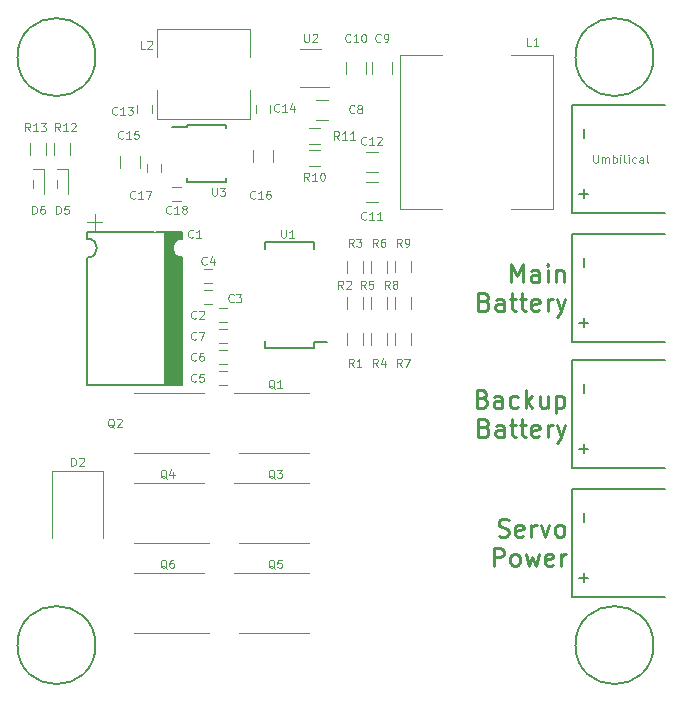
<source format=gbr>
G04 #@! TF.GenerationSoftware,KiCad,Pcbnew,(5.0.0-rc2-dev-185-g935a5ca)*
G04 #@! TF.CreationDate,2018-03-20T09:50:27-05:00*
G04 #@! TF.ProjectId,Power Board,506F77657220426F6172642E6B696361,rev?*
G04 #@! TF.SameCoordinates,Original*
G04 #@! TF.FileFunction,Legend,Top*
G04 #@! TF.FilePolarity,Positive*
%FSLAX46Y46*%
G04 Gerber Fmt 4.6, Leading zero omitted, Abs format (unit mm)*
G04 Created by KiCad (PCBNEW (5.0.0-rc2-dev-185-g935a5ca)) date Tuesday, March 20, 2018 at 09:50:27 AM*
%MOMM*%
%LPD*%
G01*
G04 APERTURE LIST*
%ADD10C,0.200000*%
%ADD11C,0.220000*%
%ADD12C,0.100000*%
%ADD13C,0.120000*%
%ADD14C,0.150000*%
%ADD15O,1.050800X1.050800*%
%ADD16R,1.050800X1.050800*%
%ADD17R,5.050800X2.550800*%
%ADD18R,0.950800X0.550800*%
%ADD19R,0.550800X0.950800*%
%ADD20R,0.850800X0.850800*%
%ADD21R,3.860800X3.960800*%
%ADD22R,1.070800X0.660800*%
%ADD23R,1.320800X0.660800*%
%ADD24R,0.850800X0.800800*%
%ADD25R,1.050800X1.300800*%
%ADD26R,1.300800X1.050800*%
%ADD27R,2.350800X2.550800*%
%ADD28R,5.050800X4.550800*%
%ADD29R,1.250800X0.450800*%
%ADD30R,1.110800X0.700800*%
%ADD31R,1.650800X1.650800*%
%ADD32C,1.650800*%
%ADD33R,0.800800X0.850800*%
%ADD34R,3.050800X2.050800*%
%ADD35R,1.450800X0.350800*%
%ADD36R,1.700800X2.900800*%
%ADD37C,3.250800*%
G04 APERTURE END LIST*
D10*
X250698000Y-137160000D02*
G75*
G03X250698000Y-137160000I-3302000J0D01*
G01*
X203454000Y-137160000D02*
G75*
G03X203454000Y-137160000I-3302000J0D01*
G01*
X203454000Y-87376000D02*
G75*
G03X203454000Y-87376000I-3302000J0D01*
G01*
X250698000Y-87376000D02*
G75*
G03X250698000Y-87376000I-3302000J0D01*
G01*
D11*
X237585857Y-127896142D02*
X237800142Y-127967571D01*
X238157285Y-127967571D01*
X238300142Y-127896142D01*
X238371571Y-127824714D01*
X238443000Y-127681857D01*
X238443000Y-127539000D01*
X238371571Y-127396142D01*
X238300142Y-127324714D01*
X238157285Y-127253285D01*
X237871571Y-127181857D01*
X237728714Y-127110428D01*
X237657285Y-127039000D01*
X237585857Y-126896142D01*
X237585857Y-126753285D01*
X237657285Y-126610428D01*
X237728714Y-126539000D01*
X237871571Y-126467571D01*
X238228714Y-126467571D01*
X238443000Y-126539000D01*
X239657285Y-127896142D02*
X239514428Y-127967571D01*
X239228714Y-127967571D01*
X239085857Y-127896142D01*
X239014428Y-127753285D01*
X239014428Y-127181857D01*
X239085857Y-127039000D01*
X239228714Y-126967571D01*
X239514428Y-126967571D01*
X239657285Y-127039000D01*
X239728714Y-127181857D01*
X239728714Y-127324714D01*
X239014428Y-127467571D01*
X240371571Y-127967571D02*
X240371571Y-126967571D01*
X240371571Y-127253285D02*
X240443000Y-127110428D01*
X240514428Y-127039000D01*
X240657285Y-126967571D01*
X240800142Y-126967571D01*
X241157285Y-126967571D02*
X241514428Y-127967571D01*
X241871571Y-126967571D01*
X242657285Y-127967571D02*
X242514428Y-127896142D01*
X242443000Y-127824714D01*
X242371571Y-127681857D01*
X242371571Y-127253285D01*
X242443000Y-127110428D01*
X242514428Y-127039000D01*
X242657285Y-126967571D01*
X242871571Y-126967571D01*
X243014428Y-127039000D01*
X243085857Y-127110428D01*
X243157285Y-127253285D01*
X243157285Y-127681857D01*
X243085857Y-127824714D01*
X243014428Y-127896142D01*
X242871571Y-127967571D01*
X242657285Y-127967571D01*
X237157285Y-130437571D02*
X237157285Y-128937571D01*
X237728714Y-128937571D01*
X237871571Y-129009000D01*
X237943000Y-129080428D01*
X238014428Y-129223285D01*
X238014428Y-129437571D01*
X237943000Y-129580428D01*
X237871571Y-129651857D01*
X237728714Y-129723285D01*
X237157285Y-129723285D01*
X238871571Y-130437571D02*
X238728714Y-130366142D01*
X238657285Y-130294714D01*
X238585857Y-130151857D01*
X238585857Y-129723285D01*
X238657285Y-129580428D01*
X238728714Y-129509000D01*
X238871571Y-129437571D01*
X239085857Y-129437571D01*
X239228714Y-129509000D01*
X239300142Y-129580428D01*
X239371571Y-129723285D01*
X239371571Y-130151857D01*
X239300142Y-130294714D01*
X239228714Y-130366142D01*
X239085857Y-130437571D01*
X238871571Y-130437571D01*
X239871571Y-129437571D02*
X240157285Y-130437571D01*
X240443000Y-129723285D01*
X240728714Y-130437571D01*
X241014428Y-129437571D01*
X242157285Y-130366142D02*
X242014428Y-130437571D01*
X241728714Y-130437571D01*
X241585857Y-130366142D01*
X241514428Y-130223285D01*
X241514428Y-129651857D01*
X241585857Y-129509000D01*
X241728714Y-129437571D01*
X242014428Y-129437571D01*
X242157285Y-129509000D01*
X242228714Y-129651857D01*
X242228714Y-129794714D01*
X241514428Y-129937571D01*
X242871571Y-130437571D02*
X242871571Y-129437571D01*
X242871571Y-129723285D02*
X242943000Y-129580428D01*
X243014428Y-129509000D01*
X243157285Y-129437571D01*
X243300142Y-129437571D01*
X236228714Y-116259857D02*
X236443000Y-116331285D01*
X236514428Y-116402714D01*
X236585857Y-116545571D01*
X236585857Y-116759857D01*
X236514428Y-116902714D01*
X236443000Y-116974142D01*
X236300142Y-117045571D01*
X235728714Y-117045571D01*
X235728714Y-115545571D01*
X236228714Y-115545571D01*
X236371571Y-115617000D01*
X236443000Y-115688428D01*
X236514428Y-115831285D01*
X236514428Y-115974142D01*
X236443000Y-116117000D01*
X236371571Y-116188428D01*
X236228714Y-116259857D01*
X235728714Y-116259857D01*
X237871571Y-117045571D02*
X237871571Y-116259857D01*
X237800142Y-116117000D01*
X237657285Y-116045571D01*
X237371571Y-116045571D01*
X237228714Y-116117000D01*
X237871571Y-116974142D02*
X237728714Y-117045571D01*
X237371571Y-117045571D01*
X237228714Y-116974142D01*
X237157285Y-116831285D01*
X237157285Y-116688428D01*
X237228714Y-116545571D01*
X237371571Y-116474142D01*
X237728714Y-116474142D01*
X237871571Y-116402714D01*
X239228714Y-116974142D02*
X239085857Y-117045571D01*
X238800142Y-117045571D01*
X238657285Y-116974142D01*
X238585857Y-116902714D01*
X238514428Y-116759857D01*
X238514428Y-116331285D01*
X238585857Y-116188428D01*
X238657285Y-116117000D01*
X238800142Y-116045571D01*
X239085857Y-116045571D01*
X239228714Y-116117000D01*
X239871571Y-117045571D02*
X239871571Y-115545571D01*
X240014428Y-116474142D02*
X240443000Y-117045571D01*
X240443000Y-116045571D02*
X239871571Y-116617000D01*
X241728714Y-116045571D02*
X241728714Y-117045571D01*
X241085857Y-116045571D02*
X241085857Y-116831285D01*
X241157285Y-116974142D01*
X241300142Y-117045571D01*
X241514428Y-117045571D01*
X241657285Y-116974142D01*
X241728714Y-116902714D01*
X242443000Y-116045571D02*
X242443000Y-117545571D01*
X242443000Y-116117000D02*
X242585857Y-116045571D01*
X242871571Y-116045571D01*
X243014428Y-116117000D01*
X243085857Y-116188428D01*
X243157285Y-116331285D01*
X243157285Y-116759857D01*
X243085857Y-116902714D01*
X243014428Y-116974142D01*
X242871571Y-117045571D01*
X242585857Y-117045571D01*
X242443000Y-116974142D01*
X236371571Y-118729857D02*
X236585857Y-118801285D01*
X236657285Y-118872714D01*
X236728714Y-119015571D01*
X236728714Y-119229857D01*
X236657285Y-119372714D01*
X236585857Y-119444142D01*
X236443000Y-119515571D01*
X235871571Y-119515571D01*
X235871571Y-118015571D01*
X236371571Y-118015571D01*
X236514428Y-118087000D01*
X236585857Y-118158428D01*
X236657285Y-118301285D01*
X236657285Y-118444142D01*
X236585857Y-118587000D01*
X236514428Y-118658428D01*
X236371571Y-118729857D01*
X235871571Y-118729857D01*
X238014428Y-119515571D02*
X238014428Y-118729857D01*
X237943000Y-118587000D01*
X237800142Y-118515571D01*
X237514428Y-118515571D01*
X237371571Y-118587000D01*
X238014428Y-119444142D02*
X237871571Y-119515571D01*
X237514428Y-119515571D01*
X237371571Y-119444142D01*
X237300142Y-119301285D01*
X237300142Y-119158428D01*
X237371571Y-119015571D01*
X237514428Y-118944142D01*
X237871571Y-118944142D01*
X238014428Y-118872714D01*
X238514428Y-118515571D02*
X239085857Y-118515571D01*
X238728714Y-118015571D02*
X238728714Y-119301285D01*
X238800142Y-119444142D01*
X238943000Y-119515571D01*
X239085857Y-119515571D01*
X239371571Y-118515571D02*
X239943000Y-118515571D01*
X239585857Y-118015571D02*
X239585857Y-119301285D01*
X239657285Y-119444142D01*
X239800142Y-119515571D01*
X239943000Y-119515571D01*
X241014428Y-119444142D02*
X240871571Y-119515571D01*
X240585857Y-119515571D01*
X240443000Y-119444142D01*
X240371571Y-119301285D01*
X240371571Y-118729857D01*
X240443000Y-118587000D01*
X240585857Y-118515571D01*
X240871571Y-118515571D01*
X241014428Y-118587000D01*
X241085857Y-118729857D01*
X241085857Y-118872714D01*
X240371571Y-119015571D01*
X241728714Y-119515571D02*
X241728714Y-118515571D01*
X241728714Y-118801285D02*
X241800142Y-118658428D01*
X241871571Y-118587000D01*
X242014428Y-118515571D01*
X242157285Y-118515571D01*
X242514428Y-118515571D02*
X242871571Y-119515571D01*
X243228714Y-118515571D02*
X242871571Y-119515571D01*
X242728714Y-119872714D01*
X242657285Y-119944142D01*
X242514428Y-120015571D01*
X238657285Y-106377571D02*
X238657285Y-104877571D01*
X239157285Y-105949000D01*
X239657285Y-104877571D01*
X239657285Y-106377571D01*
X241014428Y-106377571D02*
X241014428Y-105591857D01*
X240943000Y-105449000D01*
X240800142Y-105377571D01*
X240514428Y-105377571D01*
X240371571Y-105449000D01*
X241014428Y-106306142D02*
X240871571Y-106377571D01*
X240514428Y-106377571D01*
X240371571Y-106306142D01*
X240300142Y-106163285D01*
X240300142Y-106020428D01*
X240371571Y-105877571D01*
X240514428Y-105806142D01*
X240871571Y-105806142D01*
X241014428Y-105734714D01*
X241728714Y-106377571D02*
X241728714Y-105377571D01*
X241728714Y-104877571D02*
X241657285Y-104949000D01*
X241728714Y-105020428D01*
X241800142Y-104949000D01*
X241728714Y-104877571D01*
X241728714Y-105020428D01*
X242443000Y-105377571D02*
X242443000Y-106377571D01*
X242443000Y-105520428D02*
X242514428Y-105449000D01*
X242657285Y-105377571D01*
X242871571Y-105377571D01*
X243014428Y-105449000D01*
X243085857Y-105591857D01*
X243085857Y-106377571D01*
X236371571Y-108061857D02*
X236585857Y-108133285D01*
X236657285Y-108204714D01*
X236728714Y-108347571D01*
X236728714Y-108561857D01*
X236657285Y-108704714D01*
X236585857Y-108776142D01*
X236443000Y-108847571D01*
X235871571Y-108847571D01*
X235871571Y-107347571D01*
X236371571Y-107347571D01*
X236514428Y-107419000D01*
X236585857Y-107490428D01*
X236657285Y-107633285D01*
X236657285Y-107776142D01*
X236585857Y-107919000D01*
X236514428Y-107990428D01*
X236371571Y-108061857D01*
X235871571Y-108061857D01*
X238014428Y-108847571D02*
X238014428Y-108061857D01*
X237943000Y-107919000D01*
X237800142Y-107847571D01*
X237514428Y-107847571D01*
X237371571Y-107919000D01*
X238014428Y-108776142D02*
X237871571Y-108847571D01*
X237514428Y-108847571D01*
X237371571Y-108776142D01*
X237300142Y-108633285D01*
X237300142Y-108490428D01*
X237371571Y-108347571D01*
X237514428Y-108276142D01*
X237871571Y-108276142D01*
X238014428Y-108204714D01*
X238514428Y-107847571D02*
X239085857Y-107847571D01*
X238728714Y-107347571D02*
X238728714Y-108633285D01*
X238800142Y-108776142D01*
X238943000Y-108847571D01*
X239085857Y-108847571D01*
X239371571Y-107847571D02*
X239943000Y-107847571D01*
X239585857Y-107347571D02*
X239585857Y-108633285D01*
X239657285Y-108776142D01*
X239800142Y-108847571D01*
X239943000Y-108847571D01*
X241014428Y-108776142D02*
X240871571Y-108847571D01*
X240585857Y-108847571D01*
X240443000Y-108776142D01*
X240371571Y-108633285D01*
X240371571Y-108061857D01*
X240443000Y-107919000D01*
X240585857Y-107847571D01*
X240871571Y-107847571D01*
X241014428Y-107919000D01*
X241085857Y-108061857D01*
X241085857Y-108204714D01*
X240371571Y-108347571D01*
X241728714Y-108847571D02*
X241728714Y-107847571D01*
X241728714Y-108133285D02*
X241800142Y-107990428D01*
X241871571Y-107919000D01*
X242014428Y-107847571D01*
X242157285Y-107847571D01*
X242514428Y-107847571D02*
X242871571Y-108847571D01*
X243228714Y-107847571D02*
X242871571Y-108847571D01*
X242728714Y-109204714D01*
X242657285Y-109276142D01*
X242514428Y-109347571D01*
D12*
X245604000Y-95628666D02*
X245604000Y-96195333D01*
X245637333Y-96262000D01*
X245670666Y-96295333D01*
X245737333Y-96328666D01*
X245870666Y-96328666D01*
X245937333Y-96295333D01*
X245970666Y-96262000D01*
X246004000Y-96195333D01*
X246004000Y-95628666D01*
X246337333Y-96328666D02*
X246337333Y-95862000D01*
X246337333Y-95928666D02*
X246370666Y-95895333D01*
X246437333Y-95862000D01*
X246537333Y-95862000D01*
X246604000Y-95895333D01*
X246637333Y-95962000D01*
X246637333Y-96328666D01*
X246637333Y-95962000D02*
X246670666Y-95895333D01*
X246737333Y-95862000D01*
X246837333Y-95862000D01*
X246904000Y-95895333D01*
X246937333Y-95962000D01*
X246937333Y-96328666D01*
X247270666Y-96328666D02*
X247270666Y-95628666D01*
X247270666Y-95895333D02*
X247337333Y-95862000D01*
X247470666Y-95862000D01*
X247537333Y-95895333D01*
X247570666Y-95928666D01*
X247604000Y-95995333D01*
X247604000Y-96195333D01*
X247570666Y-96262000D01*
X247537333Y-96295333D01*
X247470666Y-96328666D01*
X247337333Y-96328666D01*
X247270666Y-96295333D01*
X247904000Y-96328666D02*
X247904000Y-95862000D01*
X247904000Y-95628666D02*
X247870666Y-95662000D01*
X247904000Y-95695333D01*
X247937333Y-95662000D01*
X247904000Y-95628666D01*
X247904000Y-95695333D01*
X248337333Y-96328666D02*
X248270666Y-96295333D01*
X248237333Y-96228666D01*
X248237333Y-95628666D01*
X248604000Y-96328666D02*
X248604000Y-95862000D01*
X248604000Y-95628666D02*
X248570666Y-95662000D01*
X248604000Y-95695333D01*
X248637333Y-95662000D01*
X248604000Y-95628666D01*
X248604000Y-95695333D01*
X249237333Y-96295333D02*
X249170666Y-96328666D01*
X249037333Y-96328666D01*
X248970666Y-96295333D01*
X248937333Y-96262000D01*
X248904000Y-96195333D01*
X248904000Y-95995333D01*
X248937333Y-95928666D01*
X248970666Y-95895333D01*
X249037333Y-95862000D01*
X249170666Y-95862000D01*
X249237333Y-95895333D01*
X249837333Y-96328666D02*
X249837333Y-95962000D01*
X249804000Y-95895333D01*
X249737333Y-95862000D01*
X249604000Y-95862000D01*
X249537333Y-95895333D01*
X249837333Y-96295333D02*
X249770666Y-96328666D01*
X249604000Y-96328666D01*
X249537333Y-96295333D01*
X249504000Y-96228666D01*
X249504000Y-96162000D01*
X249537333Y-96095333D01*
X249604000Y-96062000D01*
X249770666Y-96062000D01*
X249837333Y-96028666D01*
X250270666Y-96328666D02*
X250204000Y-96295333D01*
X250170666Y-96228666D01*
X250170666Y-95628666D01*
D10*
X243840000Y-133096000D02*
X251714000Y-133096000D01*
X243840000Y-123952000D02*
X243840000Y-133096000D01*
X251714000Y-123952000D02*
X243840000Y-123952000D01*
X243840000Y-122174000D02*
X251714000Y-122174000D01*
X243840000Y-113030000D02*
X243840000Y-122174000D01*
X251714000Y-113030000D02*
X243840000Y-113030000D01*
X243840000Y-111506000D02*
X251714000Y-111506000D01*
X243840000Y-102362000D02*
X243840000Y-111506000D01*
X251714000Y-102362000D02*
X243840000Y-102362000D01*
X243840000Y-100584000D02*
X251714000Y-100584000D01*
X243840000Y-91440000D02*
X243840000Y-100584000D01*
X251714000Y-91440000D02*
X243840000Y-91440000D01*
D13*
X224745000Y-111752000D02*
X224745000Y-110752000D01*
X226105000Y-110752000D02*
X226105000Y-111752000D01*
X226105000Y-107704000D02*
X226105000Y-108704000D01*
X224745000Y-108704000D02*
X224745000Y-107704000D01*
X224745000Y-105634000D02*
X224745000Y-104634000D01*
X226105000Y-104634000D02*
X226105000Y-105634000D01*
X226777000Y-111752000D02*
X226777000Y-110752000D01*
X228137000Y-110752000D02*
X228137000Y-111752000D01*
X228137000Y-107704000D02*
X228137000Y-108704000D01*
X226777000Y-108704000D02*
X226777000Y-107704000D01*
X226777000Y-105656000D02*
X226777000Y-104656000D01*
X228137000Y-104656000D02*
X228137000Y-105656000D01*
X228809000Y-111752000D02*
X228809000Y-110752000D01*
X230169000Y-110752000D02*
X230169000Y-111752000D01*
X230169000Y-107704000D02*
X230169000Y-108704000D01*
X228809000Y-108704000D02*
X228809000Y-107704000D01*
X228809000Y-105604000D02*
X228809000Y-104604000D01*
X230169000Y-104604000D02*
X230169000Y-105604000D01*
X221496000Y-95268500D02*
X222496000Y-95268500D01*
X222496000Y-96628500D02*
X221496000Y-96628500D01*
X222496000Y-94723500D02*
X221496000Y-94723500D01*
X221496000Y-93363500D02*
X222496000Y-93363500D01*
X197948000Y-95623000D02*
X197948000Y-94623000D01*
X199308000Y-94623000D02*
X199308000Y-95623000D01*
X199128000Y-96871000D02*
X199128000Y-98971000D01*
X198128000Y-96871000D02*
X198128000Y-98971000D01*
X199128000Y-96871000D02*
X198128000Y-96871000D01*
X215622000Y-120934000D02*
X221512000Y-120934000D01*
X215167000Y-115794000D02*
X221512000Y-115794000D01*
X212622000Y-115794000D02*
X206732000Y-115794000D01*
X213077000Y-120934000D02*
X206732000Y-120934000D01*
X215622000Y-128554000D02*
X221512000Y-128554000D01*
X215167000Y-123414000D02*
X221512000Y-123414000D01*
X212622000Y-123414000D02*
X206732000Y-123414000D01*
X213077000Y-128554000D02*
X206732000Y-128554000D01*
X215622000Y-136174000D02*
X221512000Y-136174000D01*
X215167000Y-131034000D02*
X221512000Y-131034000D01*
X212622000Y-131034000D02*
X206732000Y-131034000D01*
X213077000Y-136174000D02*
X206732000Y-136174000D01*
X213899000Y-108620000D02*
X214599000Y-108620000D01*
X214599000Y-109820000D02*
X213899000Y-109820000D01*
X212629000Y-107096000D02*
X213329000Y-107096000D01*
X213329000Y-108296000D02*
X212629000Y-108296000D01*
X212629000Y-105318000D02*
X213329000Y-105318000D01*
X213329000Y-106518000D02*
X212629000Y-106518000D01*
X214599000Y-115154000D02*
X213899000Y-115154000D01*
X213899000Y-113954000D02*
X214599000Y-113954000D01*
X214599000Y-113376000D02*
X213899000Y-113376000D01*
X213899000Y-112176000D02*
X214599000Y-112176000D01*
X214599000Y-111598000D02*
X213899000Y-111598000D01*
X213899000Y-110398000D02*
X214599000Y-110398000D01*
X223131000Y-90971000D02*
X222131000Y-90971000D01*
X222131000Y-92671000D02*
X223131000Y-92671000D01*
X228561000Y-88828500D02*
X228561000Y-87828500D01*
X226861000Y-87828500D02*
X226861000Y-88828500D01*
X226338500Y-88828500D02*
X226338500Y-87828500D01*
X224638500Y-87828500D02*
X224638500Y-88828500D01*
X226385500Y-99656000D02*
X227385500Y-99656000D01*
X227385500Y-97956000D02*
X226385500Y-97956000D01*
X226385500Y-97116000D02*
X227385500Y-97116000D01*
X227385500Y-95416000D02*
X226385500Y-95416000D01*
X218457000Y-96278000D02*
X218457000Y-95278000D01*
X216757000Y-95278000D02*
X216757000Y-96278000D01*
X204080000Y-122434000D02*
X199780000Y-122434000D01*
X199780000Y-122434000D02*
X199780000Y-128134000D01*
X204080000Y-122434000D02*
X204080000Y-128134000D01*
X232812000Y-87226000D02*
X229212000Y-87226000D01*
X229212000Y-87226000D02*
X229212000Y-100226000D01*
X229212000Y-100226000D02*
X232812000Y-100226000D01*
X238612000Y-87226000D02*
X242212000Y-87226000D01*
X242212000Y-87226000D02*
X242212000Y-100226000D01*
X242212000Y-100226000D02*
X238612000Y-100226000D01*
D14*
X221972000Y-111980500D02*
X221972000Y-111505500D01*
X217822000Y-111980500D02*
X217822000Y-111423000D01*
X217822000Y-103030500D02*
X217822000Y-103588000D01*
X221972000Y-103030500D02*
X221972000Y-103588000D01*
X221972000Y-111980500D02*
X217822000Y-111980500D01*
X221972000Y-103030500D02*
X217822000Y-103030500D01*
X221972000Y-111505500D02*
X223097000Y-111505500D01*
D13*
X222578500Y-86718500D02*
X220778500Y-86718500D01*
X220778500Y-89938500D02*
X223228500Y-89938500D01*
D14*
X209378000Y-115146000D02*
X209378000Y-102146000D01*
X209478000Y-102146000D02*
X209478000Y-115146000D01*
X210678000Y-115146000D02*
X210678000Y-104346000D01*
X210478000Y-104346000D02*
X210478000Y-115146000D01*
X210278000Y-115146000D02*
X210278000Y-104246000D01*
X210078000Y-104046000D02*
X210078000Y-115146000D01*
X209678000Y-115146000D02*
X209678000Y-102146000D01*
X209878000Y-102146000D02*
X209878000Y-115146000D01*
X210078000Y-103046000D02*
X210078000Y-102146000D01*
X210278000Y-102146000D02*
X210278000Y-102846000D01*
X210478000Y-102746000D02*
X210478000Y-102146000D01*
X210678000Y-102146000D02*
X210678000Y-102746000D01*
X210578000Y-104346000D02*
X210578000Y-115146000D01*
X210578000Y-102146000D02*
X210578000Y-102746000D01*
X210378000Y-102746000D02*
X210378000Y-102146000D01*
X210378000Y-115146000D02*
X210378000Y-104346000D01*
X210178000Y-104146000D02*
X210178000Y-115146000D01*
X210178000Y-102146000D02*
X210178000Y-102946000D01*
X209978000Y-115146000D02*
X209978000Y-102146000D01*
X209778000Y-102146000D02*
X209778000Y-115146000D01*
X209578000Y-102146000D02*
X209578000Y-115146000D01*
X202778000Y-102146000D02*
X210778000Y-102146000D01*
X202778000Y-115146000D02*
X202778000Y-104346000D01*
X210778000Y-115146000D02*
X202778000Y-115146000D01*
X210778000Y-104346000D02*
X210778000Y-115146000D01*
X210778000Y-102746000D02*
G75*
G03X210778000Y-104346000I0J-800000D01*
G01*
X210778000Y-102146000D02*
X210778000Y-102746000D01*
D13*
X202778000Y-101346000D02*
X203978000Y-101346000D01*
X203378000Y-100696000D02*
X203378000Y-101996000D01*
D14*
X202778000Y-104346000D02*
G75*
G03X202778000Y-102746000I0J800000D01*
G01*
X202778000Y-102146000D02*
X202778000Y-102746000D01*
D13*
X207007000Y-92128000D02*
X207007000Y-91428000D01*
X208207000Y-91428000D02*
X208207000Y-92128000D01*
X217007000Y-92128000D02*
X217007000Y-91428000D01*
X218207000Y-91428000D02*
X218207000Y-92128000D01*
X207227000Y-96778000D02*
X207227000Y-95778000D01*
X205527000Y-95778000D02*
X205527000Y-96778000D01*
X207777000Y-97128000D02*
X207777000Y-96428000D01*
X208977000Y-96428000D02*
X208977000Y-97128000D01*
X210662000Y-99533000D02*
X209962000Y-99533000D01*
X209962000Y-98333000D02*
X210662000Y-98333000D01*
X216507000Y-87378000D02*
X216507000Y-84978000D01*
X216507000Y-84978000D02*
X208707000Y-84978000D01*
X208707000Y-90178000D02*
X208707000Y-92578000D01*
X208707000Y-92578000D02*
X216507000Y-92578000D01*
X216507000Y-92578000D02*
X216507000Y-90178000D01*
X208707000Y-87378000D02*
X208707000Y-84978000D01*
D14*
X211182000Y-93103000D02*
X211182000Y-93328000D01*
X214532000Y-93103000D02*
X214532000Y-93403000D01*
X214532000Y-97953000D02*
X214532000Y-97653000D01*
X211182000Y-97953000D02*
X211182000Y-97653000D01*
X211182000Y-93103000D02*
X214532000Y-93103000D01*
X211182000Y-97953000D02*
X214532000Y-97953000D01*
X211182000Y-93328000D02*
X209957000Y-93328000D01*
D13*
X201160000Y-96871000D02*
X200160000Y-96871000D01*
X200160000Y-96871000D02*
X200160000Y-98971000D01*
X201160000Y-96871000D02*
X201160000Y-98971000D01*
X201340000Y-94623000D02*
X201340000Y-95623000D01*
X199980000Y-95623000D02*
X199980000Y-94623000D01*
D14*
X244800428Y-126745952D02*
X244800428Y-125984047D01*
X244800428Y-131825952D02*
X244800428Y-131064047D01*
X245181380Y-131445000D02*
X244419476Y-131445000D01*
X244800428Y-120903952D02*
X244800428Y-120142047D01*
X245181380Y-120523000D02*
X244419476Y-120523000D01*
X244800428Y-115823952D02*
X244800428Y-115062047D01*
X244800428Y-105155952D02*
X244800428Y-104394047D01*
X244800428Y-110235952D02*
X244800428Y-109474047D01*
X245181380Y-109855000D02*
X244419476Y-109855000D01*
X244800428Y-94233952D02*
X244800428Y-93472047D01*
X244800428Y-99313952D02*
X244800428Y-98552047D01*
X245181380Y-98933000D02*
X244419476Y-98933000D01*
D12*
X225308333Y-113600666D02*
X225075000Y-113267333D01*
X224908333Y-113600666D02*
X224908333Y-112900666D01*
X225175000Y-112900666D01*
X225241666Y-112934000D01*
X225275000Y-112967333D01*
X225308333Y-113034000D01*
X225308333Y-113134000D01*
X225275000Y-113200666D01*
X225241666Y-113234000D01*
X225175000Y-113267333D01*
X224908333Y-113267333D01*
X225975000Y-113600666D02*
X225575000Y-113600666D01*
X225775000Y-113600666D02*
X225775000Y-112900666D01*
X225708333Y-113000666D01*
X225641666Y-113067333D01*
X225575000Y-113100666D01*
X224419333Y-106996666D02*
X224186000Y-106663333D01*
X224019333Y-106996666D02*
X224019333Y-106296666D01*
X224286000Y-106296666D01*
X224352666Y-106330000D01*
X224386000Y-106363333D01*
X224419333Y-106430000D01*
X224419333Y-106530000D01*
X224386000Y-106596666D01*
X224352666Y-106630000D01*
X224286000Y-106663333D01*
X224019333Y-106663333D01*
X224686000Y-106363333D02*
X224719333Y-106330000D01*
X224786000Y-106296666D01*
X224952666Y-106296666D01*
X225019333Y-106330000D01*
X225052666Y-106363333D01*
X225086000Y-106430000D01*
X225086000Y-106496666D01*
X225052666Y-106596666D01*
X224652666Y-106996666D01*
X225086000Y-106996666D01*
X225308333Y-103440666D02*
X225075000Y-103107333D01*
X224908333Y-103440666D02*
X224908333Y-102740666D01*
X225175000Y-102740666D01*
X225241666Y-102774000D01*
X225275000Y-102807333D01*
X225308333Y-102874000D01*
X225308333Y-102974000D01*
X225275000Y-103040666D01*
X225241666Y-103074000D01*
X225175000Y-103107333D01*
X224908333Y-103107333D01*
X225541666Y-102740666D02*
X225975000Y-102740666D01*
X225741666Y-103007333D01*
X225841666Y-103007333D01*
X225908333Y-103040666D01*
X225941666Y-103074000D01*
X225975000Y-103140666D01*
X225975000Y-103307333D01*
X225941666Y-103374000D01*
X225908333Y-103407333D01*
X225841666Y-103440666D01*
X225641666Y-103440666D01*
X225575000Y-103407333D01*
X225541666Y-103374000D01*
X227340333Y-113600666D02*
X227107000Y-113267333D01*
X226940333Y-113600666D02*
X226940333Y-112900666D01*
X227207000Y-112900666D01*
X227273666Y-112934000D01*
X227307000Y-112967333D01*
X227340333Y-113034000D01*
X227340333Y-113134000D01*
X227307000Y-113200666D01*
X227273666Y-113234000D01*
X227207000Y-113267333D01*
X226940333Y-113267333D01*
X227940333Y-113134000D02*
X227940333Y-113600666D01*
X227773666Y-112867333D02*
X227607000Y-113367333D01*
X228040333Y-113367333D01*
X226324333Y-106996666D02*
X226091000Y-106663333D01*
X225924333Y-106996666D02*
X225924333Y-106296666D01*
X226191000Y-106296666D01*
X226257666Y-106330000D01*
X226291000Y-106363333D01*
X226324333Y-106430000D01*
X226324333Y-106530000D01*
X226291000Y-106596666D01*
X226257666Y-106630000D01*
X226191000Y-106663333D01*
X225924333Y-106663333D01*
X226957666Y-106296666D02*
X226624333Y-106296666D01*
X226591000Y-106630000D01*
X226624333Y-106596666D01*
X226691000Y-106563333D01*
X226857666Y-106563333D01*
X226924333Y-106596666D01*
X226957666Y-106630000D01*
X226991000Y-106696666D01*
X226991000Y-106863333D01*
X226957666Y-106930000D01*
X226924333Y-106963333D01*
X226857666Y-106996666D01*
X226691000Y-106996666D01*
X226624333Y-106963333D01*
X226591000Y-106930000D01*
X227340333Y-103440666D02*
X227107000Y-103107333D01*
X226940333Y-103440666D02*
X226940333Y-102740666D01*
X227207000Y-102740666D01*
X227273666Y-102774000D01*
X227307000Y-102807333D01*
X227340333Y-102874000D01*
X227340333Y-102974000D01*
X227307000Y-103040666D01*
X227273666Y-103074000D01*
X227207000Y-103107333D01*
X226940333Y-103107333D01*
X227940333Y-102740666D02*
X227807000Y-102740666D01*
X227740333Y-102774000D01*
X227707000Y-102807333D01*
X227640333Y-102907333D01*
X227607000Y-103040666D01*
X227607000Y-103307333D01*
X227640333Y-103374000D01*
X227673666Y-103407333D01*
X227740333Y-103440666D01*
X227873666Y-103440666D01*
X227940333Y-103407333D01*
X227973666Y-103374000D01*
X228007000Y-103307333D01*
X228007000Y-103140666D01*
X227973666Y-103074000D01*
X227940333Y-103040666D01*
X227873666Y-103007333D01*
X227740333Y-103007333D01*
X227673666Y-103040666D01*
X227640333Y-103074000D01*
X227607000Y-103140666D01*
X229372333Y-113600666D02*
X229139000Y-113267333D01*
X228972333Y-113600666D02*
X228972333Y-112900666D01*
X229239000Y-112900666D01*
X229305666Y-112934000D01*
X229339000Y-112967333D01*
X229372333Y-113034000D01*
X229372333Y-113134000D01*
X229339000Y-113200666D01*
X229305666Y-113234000D01*
X229239000Y-113267333D01*
X228972333Y-113267333D01*
X229605666Y-112900666D02*
X230072333Y-112900666D01*
X229772333Y-113600666D01*
X228356333Y-106996666D02*
X228123000Y-106663333D01*
X227956333Y-106996666D02*
X227956333Y-106296666D01*
X228223000Y-106296666D01*
X228289666Y-106330000D01*
X228323000Y-106363333D01*
X228356333Y-106430000D01*
X228356333Y-106530000D01*
X228323000Y-106596666D01*
X228289666Y-106630000D01*
X228223000Y-106663333D01*
X227956333Y-106663333D01*
X228756333Y-106596666D02*
X228689666Y-106563333D01*
X228656333Y-106530000D01*
X228623000Y-106463333D01*
X228623000Y-106430000D01*
X228656333Y-106363333D01*
X228689666Y-106330000D01*
X228756333Y-106296666D01*
X228889666Y-106296666D01*
X228956333Y-106330000D01*
X228989666Y-106363333D01*
X229023000Y-106430000D01*
X229023000Y-106463333D01*
X228989666Y-106530000D01*
X228956333Y-106563333D01*
X228889666Y-106596666D01*
X228756333Y-106596666D01*
X228689666Y-106630000D01*
X228656333Y-106663333D01*
X228623000Y-106730000D01*
X228623000Y-106863333D01*
X228656333Y-106930000D01*
X228689666Y-106963333D01*
X228756333Y-106996666D01*
X228889666Y-106996666D01*
X228956333Y-106963333D01*
X228989666Y-106930000D01*
X229023000Y-106863333D01*
X229023000Y-106730000D01*
X228989666Y-106663333D01*
X228956333Y-106630000D01*
X228889666Y-106596666D01*
X229372333Y-103440666D02*
X229139000Y-103107333D01*
X228972333Y-103440666D02*
X228972333Y-102740666D01*
X229239000Y-102740666D01*
X229305666Y-102774000D01*
X229339000Y-102807333D01*
X229372333Y-102874000D01*
X229372333Y-102974000D01*
X229339000Y-103040666D01*
X229305666Y-103074000D01*
X229239000Y-103107333D01*
X228972333Y-103107333D01*
X229705666Y-103440666D02*
X229839000Y-103440666D01*
X229905666Y-103407333D01*
X229939000Y-103374000D01*
X230005666Y-103274000D01*
X230039000Y-103140666D01*
X230039000Y-102874000D01*
X230005666Y-102807333D01*
X229972333Y-102774000D01*
X229905666Y-102740666D01*
X229772333Y-102740666D01*
X229705666Y-102774000D01*
X229672333Y-102807333D01*
X229639000Y-102874000D01*
X229639000Y-103040666D01*
X229672333Y-103107333D01*
X229705666Y-103140666D01*
X229772333Y-103174000D01*
X229905666Y-103174000D01*
X229972333Y-103140666D01*
X230005666Y-103107333D01*
X230039000Y-103040666D01*
X221546000Y-97852666D02*
X221312666Y-97519333D01*
X221146000Y-97852666D02*
X221146000Y-97152666D01*
X221412666Y-97152666D01*
X221479333Y-97186000D01*
X221512666Y-97219333D01*
X221546000Y-97286000D01*
X221546000Y-97386000D01*
X221512666Y-97452666D01*
X221479333Y-97486000D01*
X221412666Y-97519333D01*
X221146000Y-97519333D01*
X222212666Y-97852666D02*
X221812666Y-97852666D01*
X222012666Y-97852666D02*
X222012666Y-97152666D01*
X221946000Y-97252666D01*
X221879333Y-97319333D01*
X221812666Y-97352666D01*
X222646000Y-97152666D02*
X222712666Y-97152666D01*
X222779333Y-97186000D01*
X222812666Y-97219333D01*
X222846000Y-97286000D01*
X222879333Y-97419333D01*
X222879333Y-97586000D01*
X222846000Y-97719333D01*
X222812666Y-97786000D01*
X222779333Y-97819333D01*
X222712666Y-97852666D01*
X222646000Y-97852666D01*
X222579333Y-97819333D01*
X222546000Y-97786000D01*
X222512666Y-97719333D01*
X222479333Y-97586000D01*
X222479333Y-97419333D01*
X222512666Y-97286000D01*
X222546000Y-97219333D01*
X222579333Y-97186000D01*
X222646000Y-97152666D01*
X224086000Y-94360166D02*
X223852666Y-94026833D01*
X223686000Y-94360166D02*
X223686000Y-93660166D01*
X223952666Y-93660166D01*
X224019333Y-93693500D01*
X224052666Y-93726833D01*
X224086000Y-93793500D01*
X224086000Y-93893500D01*
X224052666Y-93960166D01*
X224019333Y-93993500D01*
X223952666Y-94026833D01*
X223686000Y-94026833D01*
X224752666Y-94360166D02*
X224352666Y-94360166D01*
X224552666Y-94360166D02*
X224552666Y-93660166D01*
X224486000Y-93760166D01*
X224419333Y-93826833D01*
X224352666Y-93860166D01*
X225419333Y-94360166D02*
X225019333Y-94360166D01*
X225219333Y-94360166D02*
X225219333Y-93660166D01*
X225152666Y-93760166D01*
X225086000Y-93826833D01*
X225019333Y-93860166D01*
X197924000Y-93661666D02*
X197690666Y-93328333D01*
X197524000Y-93661666D02*
X197524000Y-92961666D01*
X197790666Y-92961666D01*
X197857333Y-92995000D01*
X197890666Y-93028333D01*
X197924000Y-93095000D01*
X197924000Y-93195000D01*
X197890666Y-93261666D01*
X197857333Y-93295000D01*
X197790666Y-93328333D01*
X197524000Y-93328333D01*
X198590666Y-93661666D02*
X198190666Y-93661666D01*
X198390666Y-93661666D02*
X198390666Y-92961666D01*
X198324000Y-93061666D01*
X198257333Y-93128333D01*
X198190666Y-93161666D01*
X198824000Y-92961666D02*
X199257333Y-92961666D01*
X199024000Y-93228333D01*
X199124000Y-93228333D01*
X199190666Y-93261666D01*
X199224000Y-93295000D01*
X199257333Y-93361666D01*
X199257333Y-93528333D01*
X199224000Y-93595000D01*
X199190666Y-93628333D01*
X199124000Y-93661666D01*
X198924000Y-93661666D01*
X198857333Y-93628333D01*
X198824000Y-93595000D01*
X198111333Y-100646666D02*
X198111333Y-99946666D01*
X198278000Y-99946666D01*
X198378000Y-99980000D01*
X198444666Y-100046666D01*
X198478000Y-100113333D01*
X198511333Y-100246666D01*
X198511333Y-100346666D01*
X198478000Y-100480000D01*
X198444666Y-100546666D01*
X198378000Y-100613333D01*
X198278000Y-100646666D01*
X198111333Y-100646666D01*
X199111333Y-99946666D02*
X198978000Y-99946666D01*
X198911333Y-99980000D01*
X198878000Y-100013333D01*
X198811333Y-100113333D01*
X198778000Y-100246666D01*
X198778000Y-100513333D01*
X198811333Y-100580000D01*
X198844666Y-100613333D01*
X198911333Y-100646666D01*
X199044666Y-100646666D01*
X199111333Y-100613333D01*
X199144666Y-100580000D01*
X199178000Y-100513333D01*
X199178000Y-100346666D01*
X199144666Y-100280000D01*
X199111333Y-100246666D01*
X199044666Y-100213333D01*
X198911333Y-100213333D01*
X198844666Y-100246666D01*
X198811333Y-100280000D01*
X198778000Y-100346666D01*
X218627333Y-115445333D02*
X218560666Y-115412000D01*
X218494000Y-115345333D01*
X218394000Y-115245333D01*
X218327333Y-115212000D01*
X218260666Y-115212000D01*
X218294000Y-115378666D02*
X218227333Y-115345333D01*
X218160666Y-115278666D01*
X218127333Y-115145333D01*
X218127333Y-114912000D01*
X218160666Y-114778666D01*
X218227333Y-114712000D01*
X218294000Y-114678666D01*
X218427333Y-114678666D01*
X218494000Y-114712000D01*
X218560666Y-114778666D01*
X218594000Y-114912000D01*
X218594000Y-115145333D01*
X218560666Y-115278666D01*
X218494000Y-115345333D01*
X218427333Y-115378666D01*
X218294000Y-115378666D01*
X219260666Y-115378666D02*
X218860666Y-115378666D01*
X219060666Y-115378666D02*
X219060666Y-114678666D01*
X218994000Y-114778666D01*
X218927333Y-114845333D01*
X218860666Y-114878666D01*
X205038333Y-118747333D02*
X204971666Y-118714000D01*
X204905000Y-118647333D01*
X204805000Y-118547333D01*
X204738333Y-118514000D01*
X204671666Y-118514000D01*
X204705000Y-118680666D02*
X204638333Y-118647333D01*
X204571666Y-118580666D01*
X204538333Y-118447333D01*
X204538333Y-118214000D01*
X204571666Y-118080666D01*
X204638333Y-118014000D01*
X204705000Y-117980666D01*
X204838333Y-117980666D01*
X204905000Y-118014000D01*
X204971666Y-118080666D01*
X205005000Y-118214000D01*
X205005000Y-118447333D01*
X204971666Y-118580666D01*
X204905000Y-118647333D01*
X204838333Y-118680666D01*
X204705000Y-118680666D01*
X205271666Y-118047333D02*
X205305000Y-118014000D01*
X205371666Y-117980666D01*
X205538333Y-117980666D01*
X205605000Y-118014000D01*
X205638333Y-118047333D01*
X205671666Y-118114000D01*
X205671666Y-118180666D01*
X205638333Y-118280666D01*
X205238333Y-118680666D01*
X205671666Y-118680666D01*
X218627333Y-123065333D02*
X218560666Y-123032000D01*
X218494000Y-122965333D01*
X218394000Y-122865333D01*
X218327333Y-122832000D01*
X218260666Y-122832000D01*
X218294000Y-122998666D02*
X218227333Y-122965333D01*
X218160666Y-122898666D01*
X218127333Y-122765333D01*
X218127333Y-122532000D01*
X218160666Y-122398666D01*
X218227333Y-122332000D01*
X218294000Y-122298666D01*
X218427333Y-122298666D01*
X218494000Y-122332000D01*
X218560666Y-122398666D01*
X218594000Y-122532000D01*
X218594000Y-122765333D01*
X218560666Y-122898666D01*
X218494000Y-122965333D01*
X218427333Y-122998666D01*
X218294000Y-122998666D01*
X218827333Y-122298666D02*
X219260666Y-122298666D01*
X219027333Y-122565333D01*
X219127333Y-122565333D01*
X219194000Y-122598666D01*
X219227333Y-122632000D01*
X219260666Y-122698666D01*
X219260666Y-122865333D01*
X219227333Y-122932000D01*
X219194000Y-122965333D01*
X219127333Y-122998666D01*
X218927333Y-122998666D01*
X218860666Y-122965333D01*
X218827333Y-122932000D01*
X209483333Y-123065333D02*
X209416666Y-123032000D01*
X209350000Y-122965333D01*
X209250000Y-122865333D01*
X209183333Y-122832000D01*
X209116666Y-122832000D01*
X209150000Y-122998666D02*
X209083333Y-122965333D01*
X209016666Y-122898666D01*
X208983333Y-122765333D01*
X208983333Y-122532000D01*
X209016666Y-122398666D01*
X209083333Y-122332000D01*
X209150000Y-122298666D01*
X209283333Y-122298666D01*
X209350000Y-122332000D01*
X209416666Y-122398666D01*
X209450000Y-122532000D01*
X209450000Y-122765333D01*
X209416666Y-122898666D01*
X209350000Y-122965333D01*
X209283333Y-122998666D01*
X209150000Y-122998666D01*
X210050000Y-122532000D02*
X210050000Y-122998666D01*
X209883333Y-122265333D02*
X209716666Y-122765333D01*
X210150000Y-122765333D01*
X218627333Y-130685333D02*
X218560666Y-130652000D01*
X218494000Y-130585333D01*
X218394000Y-130485333D01*
X218327333Y-130452000D01*
X218260666Y-130452000D01*
X218294000Y-130618666D02*
X218227333Y-130585333D01*
X218160666Y-130518666D01*
X218127333Y-130385333D01*
X218127333Y-130152000D01*
X218160666Y-130018666D01*
X218227333Y-129952000D01*
X218294000Y-129918666D01*
X218427333Y-129918666D01*
X218494000Y-129952000D01*
X218560666Y-130018666D01*
X218594000Y-130152000D01*
X218594000Y-130385333D01*
X218560666Y-130518666D01*
X218494000Y-130585333D01*
X218427333Y-130618666D01*
X218294000Y-130618666D01*
X219227333Y-129918666D02*
X218894000Y-129918666D01*
X218860666Y-130252000D01*
X218894000Y-130218666D01*
X218960666Y-130185333D01*
X219127333Y-130185333D01*
X219194000Y-130218666D01*
X219227333Y-130252000D01*
X219260666Y-130318666D01*
X219260666Y-130485333D01*
X219227333Y-130552000D01*
X219194000Y-130585333D01*
X219127333Y-130618666D01*
X218960666Y-130618666D01*
X218894000Y-130585333D01*
X218860666Y-130552000D01*
X209483333Y-130685333D02*
X209416666Y-130652000D01*
X209350000Y-130585333D01*
X209250000Y-130485333D01*
X209183333Y-130452000D01*
X209116666Y-130452000D01*
X209150000Y-130618666D02*
X209083333Y-130585333D01*
X209016666Y-130518666D01*
X208983333Y-130385333D01*
X208983333Y-130152000D01*
X209016666Y-130018666D01*
X209083333Y-129952000D01*
X209150000Y-129918666D01*
X209283333Y-129918666D01*
X209350000Y-129952000D01*
X209416666Y-130018666D01*
X209450000Y-130152000D01*
X209450000Y-130385333D01*
X209416666Y-130518666D01*
X209350000Y-130585333D01*
X209283333Y-130618666D01*
X209150000Y-130618666D01*
X210050000Y-129918666D02*
X209916666Y-129918666D01*
X209850000Y-129952000D01*
X209816666Y-129985333D01*
X209750000Y-130085333D01*
X209716666Y-130218666D01*
X209716666Y-130485333D01*
X209750000Y-130552000D01*
X209783333Y-130585333D01*
X209850000Y-130618666D01*
X209983333Y-130618666D01*
X210050000Y-130585333D01*
X210083333Y-130552000D01*
X210116666Y-130485333D01*
X210116666Y-130318666D01*
X210083333Y-130252000D01*
X210050000Y-130218666D01*
X209983333Y-130185333D01*
X209850000Y-130185333D01*
X209783333Y-130218666D01*
X209750000Y-130252000D01*
X209716666Y-130318666D01*
X211973333Y-109470000D02*
X211940000Y-109503333D01*
X211840000Y-109536666D01*
X211773333Y-109536666D01*
X211673333Y-109503333D01*
X211606666Y-109436666D01*
X211573333Y-109370000D01*
X211540000Y-109236666D01*
X211540000Y-109136666D01*
X211573333Y-109003333D01*
X211606666Y-108936666D01*
X211673333Y-108870000D01*
X211773333Y-108836666D01*
X211840000Y-108836666D01*
X211940000Y-108870000D01*
X211973333Y-108903333D01*
X212240000Y-108903333D02*
X212273333Y-108870000D01*
X212340000Y-108836666D01*
X212506666Y-108836666D01*
X212573333Y-108870000D01*
X212606666Y-108903333D01*
X212640000Y-108970000D01*
X212640000Y-109036666D01*
X212606666Y-109136666D01*
X212206666Y-109536666D01*
X212640000Y-109536666D01*
X215148333Y-108073000D02*
X215115000Y-108106333D01*
X215015000Y-108139666D01*
X214948333Y-108139666D01*
X214848333Y-108106333D01*
X214781666Y-108039666D01*
X214748333Y-107973000D01*
X214715000Y-107839666D01*
X214715000Y-107739666D01*
X214748333Y-107606333D01*
X214781666Y-107539666D01*
X214848333Y-107473000D01*
X214948333Y-107439666D01*
X215015000Y-107439666D01*
X215115000Y-107473000D01*
X215148333Y-107506333D01*
X215381666Y-107439666D02*
X215815000Y-107439666D01*
X215581666Y-107706333D01*
X215681666Y-107706333D01*
X215748333Y-107739666D01*
X215781666Y-107773000D01*
X215815000Y-107839666D01*
X215815000Y-108006333D01*
X215781666Y-108073000D01*
X215748333Y-108106333D01*
X215681666Y-108139666D01*
X215481666Y-108139666D01*
X215415000Y-108106333D01*
X215381666Y-108073000D01*
X212862333Y-104898000D02*
X212829000Y-104931333D01*
X212729000Y-104964666D01*
X212662333Y-104964666D01*
X212562333Y-104931333D01*
X212495666Y-104864666D01*
X212462333Y-104798000D01*
X212429000Y-104664666D01*
X212429000Y-104564666D01*
X212462333Y-104431333D01*
X212495666Y-104364666D01*
X212562333Y-104298000D01*
X212662333Y-104264666D01*
X212729000Y-104264666D01*
X212829000Y-104298000D01*
X212862333Y-104331333D01*
X213462333Y-104498000D02*
X213462333Y-104964666D01*
X213295666Y-104231333D02*
X213129000Y-104731333D01*
X213562333Y-104731333D01*
X211973333Y-114804000D02*
X211940000Y-114837333D01*
X211840000Y-114870666D01*
X211773333Y-114870666D01*
X211673333Y-114837333D01*
X211606666Y-114770666D01*
X211573333Y-114704000D01*
X211540000Y-114570666D01*
X211540000Y-114470666D01*
X211573333Y-114337333D01*
X211606666Y-114270666D01*
X211673333Y-114204000D01*
X211773333Y-114170666D01*
X211840000Y-114170666D01*
X211940000Y-114204000D01*
X211973333Y-114237333D01*
X212606666Y-114170666D02*
X212273333Y-114170666D01*
X212240000Y-114504000D01*
X212273333Y-114470666D01*
X212340000Y-114437333D01*
X212506666Y-114437333D01*
X212573333Y-114470666D01*
X212606666Y-114504000D01*
X212640000Y-114570666D01*
X212640000Y-114737333D01*
X212606666Y-114804000D01*
X212573333Y-114837333D01*
X212506666Y-114870666D01*
X212340000Y-114870666D01*
X212273333Y-114837333D01*
X212240000Y-114804000D01*
X211973333Y-113026000D02*
X211940000Y-113059333D01*
X211840000Y-113092666D01*
X211773333Y-113092666D01*
X211673333Y-113059333D01*
X211606666Y-112992666D01*
X211573333Y-112926000D01*
X211540000Y-112792666D01*
X211540000Y-112692666D01*
X211573333Y-112559333D01*
X211606666Y-112492666D01*
X211673333Y-112426000D01*
X211773333Y-112392666D01*
X211840000Y-112392666D01*
X211940000Y-112426000D01*
X211973333Y-112459333D01*
X212573333Y-112392666D02*
X212440000Y-112392666D01*
X212373333Y-112426000D01*
X212340000Y-112459333D01*
X212273333Y-112559333D01*
X212240000Y-112692666D01*
X212240000Y-112959333D01*
X212273333Y-113026000D01*
X212306666Y-113059333D01*
X212373333Y-113092666D01*
X212506666Y-113092666D01*
X212573333Y-113059333D01*
X212606666Y-113026000D01*
X212640000Y-112959333D01*
X212640000Y-112792666D01*
X212606666Y-112726000D01*
X212573333Y-112692666D01*
X212506666Y-112659333D01*
X212373333Y-112659333D01*
X212306666Y-112692666D01*
X212273333Y-112726000D01*
X212240000Y-112792666D01*
X211973333Y-111248000D02*
X211940000Y-111281333D01*
X211840000Y-111314666D01*
X211773333Y-111314666D01*
X211673333Y-111281333D01*
X211606666Y-111214666D01*
X211573333Y-111148000D01*
X211540000Y-111014666D01*
X211540000Y-110914666D01*
X211573333Y-110781333D01*
X211606666Y-110714666D01*
X211673333Y-110648000D01*
X211773333Y-110614666D01*
X211840000Y-110614666D01*
X211940000Y-110648000D01*
X211973333Y-110681333D01*
X212206666Y-110614666D02*
X212673333Y-110614666D01*
X212373333Y-111314666D01*
X225371833Y-92071000D02*
X225338500Y-92104333D01*
X225238500Y-92137666D01*
X225171833Y-92137666D01*
X225071833Y-92104333D01*
X225005166Y-92037666D01*
X224971833Y-91971000D01*
X224938500Y-91837666D01*
X224938500Y-91737666D01*
X224971833Y-91604333D01*
X225005166Y-91537666D01*
X225071833Y-91471000D01*
X225171833Y-91437666D01*
X225238500Y-91437666D01*
X225338500Y-91471000D01*
X225371833Y-91504333D01*
X225771833Y-91737666D02*
X225705166Y-91704333D01*
X225671833Y-91671000D01*
X225638500Y-91604333D01*
X225638500Y-91571000D01*
X225671833Y-91504333D01*
X225705166Y-91471000D01*
X225771833Y-91437666D01*
X225905166Y-91437666D01*
X225971833Y-91471000D01*
X226005166Y-91504333D01*
X226038500Y-91571000D01*
X226038500Y-91604333D01*
X226005166Y-91671000D01*
X225971833Y-91704333D01*
X225905166Y-91737666D01*
X225771833Y-91737666D01*
X225705166Y-91771000D01*
X225671833Y-91804333D01*
X225638500Y-91871000D01*
X225638500Y-92004333D01*
X225671833Y-92071000D01*
X225705166Y-92104333D01*
X225771833Y-92137666D01*
X225905166Y-92137666D01*
X225971833Y-92104333D01*
X226005166Y-92071000D01*
X226038500Y-92004333D01*
X226038500Y-91871000D01*
X226005166Y-91804333D01*
X225971833Y-91771000D01*
X225905166Y-91737666D01*
X227594333Y-86038500D02*
X227561000Y-86071833D01*
X227461000Y-86105166D01*
X227394333Y-86105166D01*
X227294333Y-86071833D01*
X227227666Y-86005166D01*
X227194333Y-85938500D01*
X227161000Y-85805166D01*
X227161000Y-85705166D01*
X227194333Y-85571833D01*
X227227666Y-85505166D01*
X227294333Y-85438500D01*
X227394333Y-85405166D01*
X227461000Y-85405166D01*
X227561000Y-85438500D01*
X227594333Y-85471833D01*
X227927666Y-86105166D02*
X228061000Y-86105166D01*
X228127666Y-86071833D01*
X228161000Y-86038500D01*
X228227666Y-85938500D01*
X228261000Y-85805166D01*
X228261000Y-85538500D01*
X228227666Y-85471833D01*
X228194333Y-85438500D01*
X228127666Y-85405166D01*
X227994333Y-85405166D01*
X227927666Y-85438500D01*
X227894333Y-85471833D01*
X227861000Y-85538500D01*
X227861000Y-85705166D01*
X227894333Y-85771833D01*
X227927666Y-85805166D01*
X227994333Y-85838500D01*
X228127666Y-85838500D01*
X228194333Y-85805166D01*
X228227666Y-85771833D01*
X228261000Y-85705166D01*
X225038500Y-86038500D02*
X225005166Y-86071833D01*
X224905166Y-86105166D01*
X224838500Y-86105166D01*
X224738500Y-86071833D01*
X224671833Y-86005166D01*
X224638500Y-85938500D01*
X224605166Y-85805166D01*
X224605166Y-85705166D01*
X224638500Y-85571833D01*
X224671833Y-85505166D01*
X224738500Y-85438500D01*
X224838500Y-85405166D01*
X224905166Y-85405166D01*
X225005166Y-85438500D01*
X225038500Y-85471833D01*
X225705166Y-86105166D02*
X225305166Y-86105166D01*
X225505166Y-86105166D02*
X225505166Y-85405166D01*
X225438500Y-85505166D01*
X225371833Y-85571833D01*
X225305166Y-85605166D01*
X226138500Y-85405166D02*
X226205166Y-85405166D01*
X226271833Y-85438500D01*
X226305166Y-85471833D01*
X226338500Y-85538500D01*
X226371833Y-85671833D01*
X226371833Y-85838500D01*
X226338500Y-85971833D01*
X226305166Y-86038500D01*
X226271833Y-86071833D01*
X226205166Y-86105166D01*
X226138500Y-86105166D01*
X226071833Y-86071833D01*
X226038500Y-86038500D01*
X226005166Y-85971833D01*
X225971833Y-85838500D01*
X225971833Y-85671833D01*
X226005166Y-85538500D01*
X226038500Y-85471833D01*
X226071833Y-85438500D01*
X226138500Y-85405166D01*
X226372000Y-101088000D02*
X226338666Y-101121333D01*
X226238666Y-101154666D01*
X226172000Y-101154666D01*
X226072000Y-101121333D01*
X226005333Y-101054666D01*
X225972000Y-100988000D01*
X225938666Y-100854666D01*
X225938666Y-100754666D01*
X225972000Y-100621333D01*
X226005333Y-100554666D01*
X226072000Y-100488000D01*
X226172000Y-100454666D01*
X226238666Y-100454666D01*
X226338666Y-100488000D01*
X226372000Y-100521333D01*
X227038666Y-101154666D02*
X226638666Y-101154666D01*
X226838666Y-101154666D02*
X226838666Y-100454666D01*
X226772000Y-100554666D01*
X226705333Y-100621333D01*
X226638666Y-100654666D01*
X227705333Y-101154666D02*
X227305333Y-101154666D01*
X227505333Y-101154666D02*
X227505333Y-100454666D01*
X227438666Y-100554666D01*
X227372000Y-100621333D01*
X227305333Y-100654666D01*
X226372000Y-94738000D02*
X226338666Y-94771333D01*
X226238666Y-94804666D01*
X226172000Y-94804666D01*
X226072000Y-94771333D01*
X226005333Y-94704666D01*
X225972000Y-94638000D01*
X225938666Y-94504666D01*
X225938666Y-94404666D01*
X225972000Y-94271333D01*
X226005333Y-94204666D01*
X226072000Y-94138000D01*
X226172000Y-94104666D01*
X226238666Y-94104666D01*
X226338666Y-94138000D01*
X226372000Y-94171333D01*
X227038666Y-94804666D02*
X226638666Y-94804666D01*
X226838666Y-94804666D02*
X226838666Y-94104666D01*
X226772000Y-94204666D01*
X226705333Y-94271333D01*
X226638666Y-94304666D01*
X227305333Y-94171333D02*
X227338666Y-94138000D01*
X227405333Y-94104666D01*
X227572000Y-94104666D01*
X227638666Y-94138000D01*
X227672000Y-94171333D01*
X227705333Y-94238000D01*
X227705333Y-94304666D01*
X227672000Y-94404666D01*
X227272000Y-94804666D01*
X227705333Y-94804666D01*
X216974000Y-99310000D02*
X216940666Y-99343333D01*
X216840666Y-99376666D01*
X216774000Y-99376666D01*
X216674000Y-99343333D01*
X216607333Y-99276666D01*
X216574000Y-99210000D01*
X216540666Y-99076666D01*
X216540666Y-98976666D01*
X216574000Y-98843333D01*
X216607333Y-98776666D01*
X216674000Y-98710000D01*
X216774000Y-98676666D01*
X216840666Y-98676666D01*
X216940666Y-98710000D01*
X216974000Y-98743333D01*
X217640666Y-99376666D02*
X217240666Y-99376666D01*
X217440666Y-99376666D02*
X217440666Y-98676666D01*
X217374000Y-98776666D01*
X217307333Y-98843333D01*
X217240666Y-98876666D01*
X218240666Y-98676666D02*
X218107333Y-98676666D01*
X218040666Y-98710000D01*
X218007333Y-98743333D01*
X217940666Y-98843333D01*
X217907333Y-98976666D01*
X217907333Y-99243333D01*
X217940666Y-99310000D01*
X217974000Y-99343333D01*
X218040666Y-99376666D01*
X218174000Y-99376666D01*
X218240666Y-99343333D01*
X218274000Y-99310000D01*
X218307333Y-99243333D01*
X218307333Y-99076666D01*
X218274000Y-99010000D01*
X218240666Y-98976666D01*
X218174000Y-98943333D01*
X218040666Y-98943333D01*
X217974000Y-98976666D01*
X217940666Y-99010000D01*
X217907333Y-99076666D01*
X201413333Y-121982666D02*
X201413333Y-121282666D01*
X201580000Y-121282666D01*
X201680000Y-121316000D01*
X201746666Y-121382666D01*
X201780000Y-121449333D01*
X201813333Y-121582666D01*
X201813333Y-121682666D01*
X201780000Y-121816000D01*
X201746666Y-121882666D01*
X201680000Y-121949333D01*
X201580000Y-121982666D01*
X201413333Y-121982666D01*
X202080000Y-121349333D02*
X202113333Y-121316000D01*
X202180000Y-121282666D01*
X202346666Y-121282666D01*
X202413333Y-121316000D01*
X202446666Y-121349333D01*
X202480000Y-121416000D01*
X202480000Y-121482666D01*
X202446666Y-121582666D01*
X202046666Y-121982666D01*
X202480000Y-121982666D01*
X240357833Y-86422666D02*
X240024500Y-86422666D01*
X240024500Y-85722666D01*
X240957833Y-86422666D02*
X240557833Y-86422666D01*
X240757833Y-86422666D02*
X240757833Y-85722666D01*
X240691166Y-85822666D01*
X240624500Y-85889333D01*
X240557833Y-85922666D01*
X219176666Y-101978666D02*
X219176666Y-102545333D01*
X219210000Y-102612000D01*
X219243333Y-102645333D01*
X219310000Y-102678666D01*
X219443333Y-102678666D01*
X219510000Y-102645333D01*
X219543333Y-102612000D01*
X219576666Y-102545333D01*
X219576666Y-101978666D01*
X220276666Y-102678666D02*
X219876666Y-102678666D01*
X220076666Y-102678666D02*
X220076666Y-101978666D01*
X220010000Y-102078666D01*
X219943333Y-102145333D01*
X219876666Y-102178666D01*
X221145166Y-85405166D02*
X221145166Y-85971833D01*
X221178500Y-86038500D01*
X221211833Y-86071833D01*
X221278500Y-86105166D01*
X221411833Y-86105166D01*
X221478500Y-86071833D01*
X221511833Y-86038500D01*
X221545166Y-85971833D01*
X221545166Y-85405166D01*
X221845166Y-85471833D02*
X221878500Y-85438500D01*
X221945166Y-85405166D01*
X222111833Y-85405166D01*
X222178500Y-85438500D01*
X222211833Y-85471833D01*
X222245166Y-85538500D01*
X222245166Y-85605166D01*
X222211833Y-85705166D01*
X221811833Y-86105166D01*
X222245166Y-86105166D01*
X211719333Y-102612000D02*
X211686000Y-102645333D01*
X211586000Y-102678666D01*
X211519333Y-102678666D01*
X211419333Y-102645333D01*
X211352666Y-102578666D01*
X211319333Y-102512000D01*
X211286000Y-102378666D01*
X211286000Y-102278666D01*
X211319333Y-102145333D01*
X211352666Y-102078666D01*
X211419333Y-102012000D01*
X211519333Y-101978666D01*
X211586000Y-101978666D01*
X211686000Y-102012000D01*
X211719333Y-102045333D01*
X212386000Y-102678666D02*
X211986000Y-102678666D01*
X212186000Y-102678666D02*
X212186000Y-101978666D01*
X212119333Y-102078666D01*
X212052666Y-102145333D01*
X211986000Y-102178666D01*
X205290000Y-92198000D02*
X205256666Y-92231333D01*
X205156666Y-92264666D01*
X205090000Y-92264666D01*
X204990000Y-92231333D01*
X204923333Y-92164666D01*
X204890000Y-92098000D01*
X204856666Y-91964666D01*
X204856666Y-91864666D01*
X204890000Y-91731333D01*
X204923333Y-91664666D01*
X204990000Y-91598000D01*
X205090000Y-91564666D01*
X205156666Y-91564666D01*
X205256666Y-91598000D01*
X205290000Y-91631333D01*
X205956666Y-92264666D02*
X205556666Y-92264666D01*
X205756666Y-92264666D02*
X205756666Y-91564666D01*
X205690000Y-91664666D01*
X205623333Y-91731333D01*
X205556666Y-91764666D01*
X206190000Y-91564666D02*
X206623333Y-91564666D01*
X206390000Y-91831333D01*
X206490000Y-91831333D01*
X206556666Y-91864666D01*
X206590000Y-91898000D01*
X206623333Y-91964666D01*
X206623333Y-92131333D01*
X206590000Y-92198000D01*
X206556666Y-92231333D01*
X206490000Y-92264666D01*
X206290000Y-92264666D01*
X206223333Y-92231333D01*
X206190000Y-92198000D01*
X219006000Y-91944000D02*
X218972666Y-91977333D01*
X218872666Y-92010666D01*
X218806000Y-92010666D01*
X218706000Y-91977333D01*
X218639333Y-91910666D01*
X218606000Y-91844000D01*
X218572666Y-91710666D01*
X218572666Y-91610666D01*
X218606000Y-91477333D01*
X218639333Y-91410666D01*
X218706000Y-91344000D01*
X218806000Y-91310666D01*
X218872666Y-91310666D01*
X218972666Y-91344000D01*
X219006000Y-91377333D01*
X219672666Y-92010666D02*
X219272666Y-92010666D01*
X219472666Y-92010666D02*
X219472666Y-91310666D01*
X219406000Y-91410666D01*
X219339333Y-91477333D01*
X219272666Y-91510666D01*
X220272666Y-91544000D02*
X220272666Y-92010666D01*
X220106000Y-91277333D02*
X219939333Y-91777333D01*
X220372666Y-91777333D01*
X205798000Y-94230000D02*
X205764666Y-94263333D01*
X205664666Y-94296666D01*
X205598000Y-94296666D01*
X205498000Y-94263333D01*
X205431333Y-94196666D01*
X205398000Y-94130000D01*
X205364666Y-93996666D01*
X205364666Y-93896666D01*
X205398000Y-93763333D01*
X205431333Y-93696666D01*
X205498000Y-93630000D01*
X205598000Y-93596666D01*
X205664666Y-93596666D01*
X205764666Y-93630000D01*
X205798000Y-93663333D01*
X206464666Y-94296666D02*
X206064666Y-94296666D01*
X206264666Y-94296666D02*
X206264666Y-93596666D01*
X206198000Y-93696666D01*
X206131333Y-93763333D01*
X206064666Y-93796666D01*
X207098000Y-93596666D02*
X206764666Y-93596666D01*
X206731333Y-93930000D01*
X206764666Y-93896666D01*
X206831333Y-93863333D01*
X206998000Y-93863333D01*
X207064666Y-93896666D01*
X207098000Y-93930000D01*
X207131333Y-93996666D01*
X207131333Y-94163333D01*
X207098000Y-94230000D01*
X207064666Y-94263333D01*
X206998000Y-94296666D01*
X206831333Y-94296666D01*
X206764666Y-94263333D01*
X206731333Y-94230000D01*
X206814000Y-99310000D02*
X206780666Y-99343333D01*
X206680666Y-99376666D01*
X206614000Y-99376666D01*
X206514000Y-99343333D01*
X206447333Y-99276666D01*
X206414000Y-99210000D01*
X206380666Y-99076666D01*
X206380666Y-98976666D01*
X206414000Y-98843333D01*
X206447333Y-98776666D01*
X206514000Y-98710000D01*
X206614000Y-98676666D01*
X206680666Y-98676666D01*
X206780666Y-98710000D01*
X206814000Y-98743333D01*
X207480666Y-99376666D02*
X207080666Y-99376666D01*
X207280666Y-99376666D02*
X207280666Y-98676666D01*
X207214000Y-98776666D01*
X207147333Y-98843333D01*
X207080666Y-98876666D01*
X207714000Y-98676666D02*
X208180666Y-98676666D01*
X207880666Y-99376666D01*
X209862000Y-100580000D02*
X209828666Y-100613333D01*
X209728666Y-100646666D01*
X209662000Y-100646666D01*
X209562000Y-100613333D01*
X209495333Y-100546666D01*
X209462000Y-100480000D01*
X209428666Y-100346666D01*
X209428666Y-100246666D01*
X209462000Y-100113333D01*
X209495333Y-100046666D01*
X209562000Y-99980000D01*
X209662000Y-99946666D01*
X209728666Y-99946666D01*
X209828666Y-99980000D01*
X209862000Y-100013333D01*
X210528666Y-100646666D02*
X210128666Y-100646666D01*
X210328666Y-100646666D02*
X210328666Y-99946666D01*
X210262000Y-100046666D01*
X210195333Y-100113333D01*
X210128666Y-100146666D01*
X210928666Y-100246666D02*
X210862000Y-100213333D01*
X210828666Y-100180000D01*
X210795333Y-100113333D01*
X210795333Y-100080000D01*
X210828666Y-100013333D01*
X210862000Y-99980000D01*
X210928666Y-99946666D01*
X211062000Y-99946666D01*
X211128666Y-99980000D01*
X211162000Y-100013333D01*
X211195333Y-100080000D01*
X211195333Y-100113333D01*
X211162000Y-100180000D01*
X211128666Y-100213333D01*
X211062000Y-100246666D01*
X210928666Y-100246666D01*
X210862000Y-100280000D01*
X210828666Y-100313333D01*
X210795333Y-100380000D01*
X210795333Y-100513333D01*
X210828666Y-100580000D01*
X210862000Y-100613333D01*
X210928666Y-100646666D01*
X211062000Y-100646666D01*
X211128666Y-100613333D01*
X211162000Y-100580000D01*
X211195333Y-100513333D01*
X211195333Y-100380000D01*
X211162000Y-100313333D01*
X211128666Y-100280000D01*
X211062000Y-100246666D01*
X207655333Y-86676666D02*
X207322000Y-86676666D01*
X207322000Y-85976666D01*
X207855333Y-86043333D02*
X207888666Y-86010000D01*
X207955333Y-85976666D01*
X208122000Y-85976666D01*
X208188666Y-86010000D01*
X208222000Y-86043333D01*
X208255333Y-86110000D01*
X208255333Y-86176666D01*
X208222000Y-86276666D01*
X207822000Y-86676666D01*
X208255333Y-86676666D01*
X213334666Y-98422666D02*
X213334666Y-98989333D01*
X213368000Y-99056000D01*
X213401333Y-99089333D01*
X213468000Y-99122666D01*
X213601333Y-99122666D01*
X213668000Y-99089333D01*
X213701333Y-99056000D01*
X213734666Y-98989333D01*
X213734666Y-98422666D01*
X214001333Y-98422666D02*
X214434666Y-98422666D01*
X214201333Y-98689333D01*
X214301333Y-98689333D01*
X214368000Y-98722666D01*
X214401333Y-98756000D01*
X214434666Y-98822666D01*
X214434666Y-98989333D01*
X214401333Y-99056000D01*
X214368000Y-99089333D01*
X214301333Y-99122666D01*
X214101333Y-99122666D01*
X214034666Y-99089333D01*
X214001333Y-99056000D01*
X200143333Y-100646666D02*
X200143333Y-99946666D01*
X200310000Y-99946666D01*
X200410000Y-99980000D01*
X200476666Y-100046666D01*
X200510000Y-100113333D01*
X200543333Y-100246666D01*
X200543333Y-100346666D01*
X200510000Y-100480000D01*
X200476666Y-100546666D01*
X200410000Y-100613333D01*
X200310000Y-100646666D01*
X200143333Y-100646666D01*
X201176666Y-99946666D02*
X200843333Y-99946666D01*
X200810000Y-100280000D01*
X200843333Y-100246666D01*
X200910000Y-100213333D01*
X201076666Y-100213333D01*
X201143333Y-100246666D01*
X201176666Y-100280000D01*
X201210000Y-100346666D01*
X201210000Y-100513333D01*
X201176666Y-100580000D01*
X201143333Y-100613333D01*
X201076666Y-100646666D01*
X200910000Y-100646666D01*
X200843333Y-100613333D01*
X200810000Y-100580000D01*
X200464000Y-93661666D02*
X200230666Y-93328333D01*
X200064000Y-93661666D02*
X200064000Y-92961666D01*
X200330666Y-92961666D01*
X200397333Y-92995000D01*
X200430666Y-93028333D01*
X200464000Y-93095000D01*
X200464000Y-93195000D01*
X200430666Y-93261666D01*
X200397333Y-93295000D01*
X200330666Y-93328333D01*
X200064000Y-93328333D01*
X201130666Y-93661666D02*
X200730666Y-93661666D01*
X200930666Y-93661666D02*
X200930666Y-92961666D01*
X200864000Y-93061666D01*
X200797333Y-93128333D01*
X200730666Y-93161666D01*
X201397333Y-93028333D02*
X201430666Y-92995000D01*
X201497333Y-92961666D01*
X201664000Y-92961666D01*
X201730666Y-92995000D01*
X201764000Y-93028333D01*
X201797333Y-93095000D01*
X201797333Y-93161666D01*
X201764000Y-93261666D01*
X201364000Y-93661666D01*
X201797333Y-93661666D01*
%LPC*%
D15*
X200279000Y-106553000D03*
X199009000Y-106553000D03*
X200279000Y-107823000D03*
X199009000Y-107823000D03*
X200279000Y-109093000D03*
X199009000Y-109093000D03*
X200279000Y-110363000D03*
X199009000Y-110363000D03*
X200279000Y-111633000D03*
X199009000Y-111633000D03*
X200279000Y-112903000D03*
X199009000Y-112903000D03*
X200279000Y-114173000D03*
X199009000Y-114173000D03*
X200279000Y-115443000D03*
X199009000Y-115443000D03*
X200279000Y-116713000D03*
X199009000Y-116713000D03*
X200279000Y-117983000D03*
D16*
X199009000Y-117983000D03*
D17*
X249174000Y-125984000D03*
X249174000Y-131064000D03*
X249174000Y-120142000D03*
X249174000Y-115062000D03*
X249174000Y-104394000D03*
X249174000Y-109474000D03*
X249174000Y-93472000D03*
X249174000Y-98552000D03*
D18*
X225425000Y-110502000D03*
X225425000Y-112002000D03*
X225425000Y-108954000D03*
X225425000Y-107454000D03*
X225425000Y-104384000D03*
X225425000Y-105884000D03*
X227457000Y-110502000D03*
X227457000Y-112002000D03*
X227457000Y-108954000D03*
X227457000Y-107454000D03*
X227457000Y-104406000D03*
X227457000Y-105906000D03*
X229489000Y-110502000D03*
X229489000Y-112002000D03*
X229489000Y-108954000D03*
X229489000Y-107454000D03*
X229489000Y-104354000D03*
X229489000Y-105854000D03*
D19*
X222746000Y-95948500D03*
X221246000Y-95948500D03*
X221246000Y-94043500D03*
X222746000Y-94043500D03*
D18*
X198628000Y-94373000D03*
X198628000Y-95873000D03*
D20*
X198628000Y-97371000D03*
X198628000Y-98971000D03*
D21*
X219257000Y-118364000D03*
D22*
X221362000Y-116459000D03*
X221362000Y-117729000D03*
X221362000Y-118999000D03*
X221362000Y-120269000D03*
D23*
X215897000Y-120269000D03*
X215897000Y-118999000D03*
X215897000Y-117729000D03*
X215897000Y-116459000D03*
D21*
X208987000Y-118364000D03*
D22*
X206882000Y-120269000D03*
X206882000Y-118999000D03*
X206882000Y-117729000D03*
X206882000Y-116459000D03*
D23*
X212347000Y-116459000D03*
X212347000Y-117729000D03*
X212347000Y-118999000D03*
X212347000Y-120269000D03*
D21*
X219257000Y-125984000D03*
D22*
X221362000Y-124079000D03*
X221362000Y-125349000D03*
X221362000Y-126619000D03*
X221362000Y-127889000D03*
D23*
X215897000Y-127889000D03*
X215897000Y-126619000D03*
X215897000Y-125349000D03*
X215897000Y-124079000D03*
D21*
X208987000Y-125984000D03*
D22*
X206882000Y-127889000D03*
X206882000Y-126619000D03*
X206882000Y-125349000D03*
X206882000Y-124079000D03*
D23*
X212347000Y-124079000D03*
X212347000Y-125349000D03*
X212347000Y-126619000D03*
X212347000Y-127889000D03*
D21*
X219257000Y-133604000D03*
D22*
X221362000Y-131699000D03*
X221362000Y-132969000D03*
X221362000Y-134239000D03*
X221362000Y-135509000D03*
D23*
X215897000Y-135509000D03*
X215897000Y-134239000D03*
X215897000Y-132969000D03*
X215897000Y-131699000D03*
D21*
X208987000Y-133604000D03*
D22*
X206882000Y-135509000D03*
X206882000Y-134239000D03*
X206882000Y-132969000D03*
X206882000Y-131699000D03*
D23*
X212347000Y-131699000D03*
X212347000Y-132969000D03*
X212347000Y-134239000D03*
X212347000Y-135509000D03*
D24*
X213499000Y-109220000D03*
X214999000Y-109220000D03*
X212229000Y-107696000D03*
X213729000Y-107696000D03*
X212229000Y-105918000D03*
X213729000Y-105918000D03*
X214999000Y-114554000D03*
X213499000Y-114554000D03*
X214999000Y-112776000D03*
X213499000Y-112776000D03*
X214999000Y-110998000D03*
X213499000Y-110998000D03*
D25*
X221631000Y-91821000D03*
X223631000Y-91821000D03*
D26*
X227711000Y-87328500D03*
X227711000Y-89328500D03*
X225488500Y-87328500D03*
X225488500Y-89328500D03*
D25*
X227885500Y-98806000D03*
X225885500Y-98806000D03*
X227885500Y-96266000D03*
X225885500Y-96266000D03*
D26*
X217607000Y-94778000D03*
X217607000Y-96778000D03*
D27*
X201930000Y-123834000D03*
X201930000Y-128134000D03*
D28*
X235712000Y-88476000D03*
X235712000Y-98976000D03*
D29*
X222497000Y-110998000D03*
X222497000Y-110363000D03*
X222497000Y-109728000D03*
X222497000Y-109093000D03*
X222497000Y-108458000D03*
X222497000Y-107823000D03*
X222497000Y-107188000D03*
X222497000Y-106553000D03*
X222497000Y-105918000D03*
X222497000Y-105283000D03*
X222497000Y-104648000D03*
X222497000Y-104013000D03*
X217297000Y-104013000D03*
X217297000Y-104648000D03*
X217297000Y-105283000D03*
X217297000Y-105918000D03*
X217297000Y-106553000D03*
X217297000Y-107188000D03*
X217297000Y-107823000D03*
X217297000Y-108458000D03*
X217297000Y-109093000D03*
X217297000Y-109728000D03*
X217297000Y-110363000D03*
X217297000Y-110998000D03*
D30*
X222778500Y-89278500D03*
X222778500Y-88328500D03*
X222778500Y-87378500D03*
X220578500Y-87378500D03*
X220578500Y-89278500D03*
X220578500Y-88328500D03*
D31*
X204978000Y-101346000D03*
D32*
X208478000Y-101346000D03*
D33*
X207607000Y-92528000D03*
X207607000Y-91028000D03*
X217607000Y-92528000D03*
X217607000Y-91028000D03*
D26*
X206377000Y-95278000D03*
X206377000Y-97278000D03*
D33*
X208377000Y-97528000D03*
X208377000Y-96028000D03*
D24*
X211062000Y-98933000D03*
X209562000Y-98933000D03*
D34*
X209107000Y-88778000D03*
X216107000Y-88778000D03*
D35*
X210657000Y-93778000D03*
X210657000Y-94278000D03*
X210657000Y-94778000D03*
X210657000Y-95278000D03*
X210657000Y-95778000D03*
X215057000Y-95778000D03*
X215057000Y-95278000D03*
X215057000Y-94778000D03*
X215057000Y-94278000D03*
X215057000Y-93778000D03*
X210657000Y-96278000D03*
X210657000Y-96778000D03*
X210657000Y-97278000D03*
X215057000Y-96278000D03*
X215057000Y-96778000D03*
X215057000Y-97278000D03*
D36*
X212857000Y-95428000D03*
D37*
X200152000Y-87376000D03*
X247396000Y-87376000D03*
X200152000Y-137160000D03*
X247396000Y-137160000D03*
D20*
X200660000Y-98971000D03*
X200660000Y-97371000D03*
D18*
X200660000Y-95873000D03*
X200660000Y-94373000D03*
M02*

</source>
